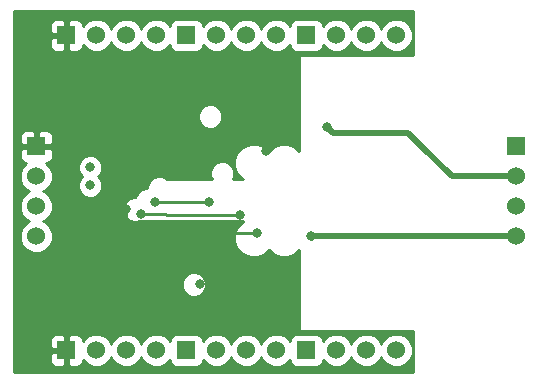
<source format=gbr>
G04 #@! TF.FileFunction,Copper,L2,Inr,Plane*
%FSLAX46Y46*%
G04 Gerber Fmt 4.6, Leading zero omitted, Abs format (unit mm)*
G04 Created by KiCad (PCBNEW (2015-01-16 BZR 5376)-product) date 25/06/2015 00:14:29*
%MOMM*%
G01*
G04 APERTURE LIST*
%ADD10C,0.150000*%
%ADD11R,1.524000X1.524000*%
%ADD12C,1.524000*%
%ADD13C,0.800100*%
%ADD14C,0.254000*%
%ADD15C,0.508000*%
G04 APERTURE END LIST*
D10*
D11*
X127000000Y-55118000D03*
D12*
X127000000Y-57658000D03*
X127000000Y-60198000D03*
X127000000Y-62738000D03*
D11*
X109220000Y-45720000D03*
D12*
X111760000Y-45720000D03*
X114300000Y-45720000D03*
X116840000Y-45720000D03*
D11*
X99060000Y-45720000D03*
D12*
X101600000Y-45720000D03*
X104140000Y-45720000D03*
X106680000Y-45720000D03*
D11*
X88900000Y-45720000D03*
D12*
X91440000Y-45720000D03*
X93980000Y-45720000D03*
X96520000Y-45720000D03*
D11*
X109220000Y-72390000D03*
D12*
X111760000Y-72390000D03*
X114300000Y-72390000D03*
X116840000Y-72390000D03*
D11*
X99060000Y-72390000D03*
D12*
X101600000Y-72390000D03*
X104140000Y-72390000D03*
X106680000Y-72390000D03*
D11*
X88900000Y-72390000D03*
D12*
X91440000Y-72390000D03*
X93980000Y-72390000D03*
X96520000Y-72390000D03*
D11*
X86360000Y-55118000D03*
D12*
X86360000Y-57658000D03*
X86360000Y-60198000D03*
X86360000Y-62738000D03*
D13*
X105029000Y-62484000D03*
X93980000Y-60452000D03*
X90932000Y-58420000D03*
X90932000Y-56896000D03*
X110998000Y-53467000D03*
X102235000Y-65024000D03*
X106807000Y-52324000D03*
X109601000Y-62738000D03*
X99695000Y-52578000D03*
X99695000Y-57404000D03*
X100965000Y-59817000D03*
X96393000Y-59817000D03*
X95250000Y-60833000D03*
X103632000Y-60960000D03*
X92571000Y-49669000D03*
X92202000Y-48260000D03*
X105537000Y-65786000D03*
X100203000Y-66802000D03*
X105791000Y-55499000D03*
X90043000Y-48260000D03*
X90678000Y-52578000D03*
X105664000Y-68961000D03*
X105664000Y-53213000D03*
D14*
X105029000Y-62484000D02*
X95250000Y-62484000D01*
X95250000Y-62484000D02*
X95123000Y-62484000D01*
X93980000Y-61341000D02*
X95123000Y-62484000D01*
X93980000Y-60452000D02*
X93980000Y-61341000D01*
D15*
X117856000Y-53975000D02*
X118872000Y-54991000D01*
X121539000Y-57658000D02*
X127000000Y-57658000D01*
X118872000Y-54991000D02*
X121539000Y-57658000D01*
X111506000Y-53975000D02*
X117856000Y-53975000D01*
X110998000Y-53467000D02*
X111506000Y-53975000D01*
X109601000Y-62738000D02*
X127000000Y-62738000D01*
X109601000Y-62738000D02*
X109728000Y-62865000D01*
D14*
X96393000Y-59817000D02*
X100965000Y-59817000D01*
X103632000Y-60960000D02*
X97409000Y-60960000D01*
X97282000Y-60833000D02*
X95250000Y-60833000D01*
X97409000Y-60960000D02*
X97282000Y-60833000D01*
G36*
X118237000Y-74246740D02*
X118234460Y-74246740D01*
X118234460Y-72666860D01*
X118234460Y-72113140D01*
X118021100Y-71600060D01*
X117629940Y-71208900D01*
X117116860Y-70995540D01*
X116563140Y-70995540D01*
X116050060Y-71208900D01*
X115658900Y-71600060D01*
X115570000Y-71813420D01*
X115481100Y-71600060D01*
X115089940Y-71208900D01*
X114576860Y-70995540D01*
X114023140Y-70995540D01*
X113510060Y-71208900D01*
X113118900Y-71600060D01*
X113030000Y-71813420D01*
X112941100Y-71600060D01*
X112549940Y-71208900D01*
X112036860Y-70995540D01*
X111483140Y-70995540D01*
X110970060Y-71208900D01*
X110614460Y-71564500D01*
X110614460Y-71503540D01*
X110517940Y-71269860D01*
X110340140Y-71092060D01*
X110109000Y-70995540D01*
X109857540Y-70995540D01*
X108333540Y-70995540D01*
X108099860Y-71092060D01*
X107922060Y-71269860D01*
X107825540Y-71501000D01*
X107825540Y-71564500D01*
X107469940Y-71208900D01*
X106956860Y-70995540D01*
X106403140Y-70995540D01*
X105890060Y-71208900D01*
X105498900Y-71600060D01*
X105410000Y-71813420D01*
X105321100Y-71600060D01*
X104929940Y-71208900D01*
X104416860Y-70995540D01*
X103863140Y-70995540D01*
X103350060Y-71208900D01*
X102958900Y-71600060D01*
X102870000Y-71813420D01*
X102781100Y-71600060D01*
X102389940Y-71208900D01*
X101876860Y-70995540D01*
X101323140Y-70995540D01*
X100810060Y-71208900D01*
X100726240Y-71292720D01*
X100726240Y-67007740D01*
X100726240Y-66598800D01*
X100568760Y-66220340D01*
X100281740Y-65928240D01*
X99900740Y-65770760D01*
X99491800Y-65770760D01*
X99113340Y-65928240D01*
X98821240Y-66215260D01*
X98663760Y-66596260D01*
X98663760Y-67005200D01*
X98821240Y-67383660D01*
X99108260Y-67675760D01*
X99489260Y-67833240D01*
X99898200Y-67833240D01*
X100276660Y-67675760D01*
X100568760Y-67388740D01*
X100726240Y-67007740D01*
X100726240Y-71292720D01*
X100454460Y-71564500D01*
X100454460Y-71503540D01*
X100357940Y-71269860D01*
X100180140Y-71092060D01*
X99949000Y-70995540D01*
X99697540Y-70995540D01*
X98173540Y-70995540D01*
X97939860Y-71092060D01*
X97762060Y-71269860D01*
X97665540Y-71501000D01*
X97665540Y-71564500D01*
X97309940Y-71208900D01*
X96796860Y-70995540D01*
X96243140Y-70995540D01*
X95730060Y-71208900D01*
X95338900Y-71600060D01*
X95250000Y-71813420D01*
X95161100Y-71600060D01*
X94769940Y-71208900D01*
X94256860Y-70995540D01*
X93703140Y-70995540D01*
X93190060Y-71208900D01*
X92798900Y-71600060D01*
X92710000Y-71813420D01*
X92621100Y-71600060D01*
X92229940Y-71208900D01*
X91963240Y-71097140D01*
X91963240Y-58625740D01*
X91963240Y-58216800D01*
X91805760Y-57838340D01*
X91627960Y-57655460D01*
X91805760Y-57482740D01*
X91963240Y-57101740D01*
X91963240Y-56692800D01*
X91805760Y-56314340D01*
X91518740Y-56022240D01*
X91137740Y-55864760D01*
X90728800Y-55864760D01*
X90350340Y-56022240D01*
X90058240Y-56309260D01*
X89900760Y-56690260D01*
X89900760Y-57099200D01*
X90058240Y-57477660D01*
X90233500Y-57658000D01*
X90058240Y-57833260D01*
X89900760Y-58214260D01*
X89900760Y-58623200D01*
X90058240Y-59001660D01*
X90345260Y-59293760D01*
X90726260Y-59451240D01*
X91135200Y-59451240D01*
X91513660Y-59293760D01*
X91805760Y-59006740D01*
X91963240Y-58625740D01*
X91963240Y-71097140D01*
X91716860Y-70995540D01*
X91163140Y-70995540D01*
X90650060Y-71208900D01*
X90294460Y-71564500D01*
X90294460Y-71501000D01*
X90197940Y-71269860D01*
X90020140Y-71092060D01*
X89786460Y-70995540D01*
X89184480Y-70993000D01*
X89027000Y-71150480D01*
X89027000Y-72136000D01*
X89027000Y-72263000D01*
X89027000Y-72517000D01*
X89027000Y-72644000D01*
X89027000Y-73629520D01*
X89184480Y-73787000D01*
X89786460Y-73784460D01*
X90020140Y-73687940D01*
X90197940Y-73510140D01*
X90294460Y-73279000D01*
X90294460Y-73215500D01*
X90650060Y-73571100D01*
X91163140Y-73784460D01*
X91716860Y-73784460D01*
X92229940Y-73571100D01*
X92621100Y-73179940D01*
X92710000Y-72964040D01*
X92798900Y-73179940D01*
X93190060Y-73571100D01*
X93703140Y-73784460D01*
X94256860Y-73784460D01*
X94769940Y-73571100D01*
X95161100Y-73179940D01*
X95250000Y-72964040D01*
X95338900Y-73179940D01*
X95730060Y-73571100D01*
X96243140Y-73784460D01*
X96796860Y-73784460D01*
X97309940Y-73571100D01*
X97665540Y-73215500D01*
X97665540Y-73276460D01*
X97762060Y-73510140D01*
X97939860Y-73687940D01*
X98171000Y-73784460D01*
X98422460Y-73784460D01*
X99946460Y-73784460D01*
X100180140Y-73687940D01*
X100357940Y-73510140D01*
X100454460Y-73279000D01*
X100454460Y-73215500D01*
X100810060Y-73571100D01*
X101323140Y-73784460D01*
X101876860Y-73784460D01*
X102389940Y-73571100D01*
X102781100Y-73179940D01*
X102870000Y-72964040D01*
X102958900Y-73179940D01*
X103350060Y-73571100D01*
X103863140Y-73784460D01*
X104416860Y-73784460D01*
X104929940Y-73571100D01*
X105321100Y-73179940D01*
X105410000Y-72964040D01*
X105498900Y-73179940D01*
X105890060Y-73571100D01*
X106403140Y-73784460D01*
X106956860Y-73784460D01*
X107469940Y-73571100D01*
X107825540Y-73215500D01*
X107825540Y-73276460D01*
X107922060Y-73510140D01*
X108099860Y-73687940D01*
X108331000Y-73784460D01*
X108582460Y-73784460D01*
X110106460Y-73784460D01*
X110340140Y-73687940D01*
X110517940Y-73510140D01*
X110614460Y-73279000D01*
X110614460Y-73215500D01*
X110970060Y-73571100D01*
X111483140Y-73784460D01*
X112036860Y-73784460D01*
X112549940Y-73571100D01*
X112941100Y-73179940D01*
X113030000Y-72964040D01*
X113118900Y-73179940D01*
X113510060Y-73571100D01*
X114023140Y-73784460D01*
X114576860Y-73784460D01*
X115089940Y-73571100D01*
X115481100Y-73179940D01*
X115570000Y-72964040D01*
X115658900Y-73179940D01*
X116050060Y-73571100D01*
X116563140Y-73784460D01*
X117116860Y-73784460D01*
X117629940Y-73571100D01*
X118021100Y-73179940D01*
X118234460Y-72666860D01*
X118234460Y-74246740D01*
X88773000Y-74246740D01*
X88773000Y-73629520D01*
X88773000Y-72517000D01*
X88773000Y-72263000D01*
X88773000Y-71150480D01*
X88773000Y-46959520D01*
X88773000Y-45847000D01*
X88773000Y-45593000D01*
X88773000Y-44480480D01*
X88615520Y-44323000D01*
X88013540Y-44325540D01*
X87779860Y-44422060D01*
X87602060Y-44599860D01*
X87505540Y-44831000D01*
X87505540Y-45082460D01*
X87503000Y-45435520D01*
X87660480Y-45593000D01*
X88773000Y-45593000D01*
X88773000Y-45847000D01*
X87660480Y-45847000D01*
X87503000Y-46004480D01*
X87505540Y-46357540D01*
X87505540Y-46609000D01*
X87602060Y-46840140D01*
X87779860Y-47017940D01*
X88013540Y-47114460D01*
X88615520Y-47117000D01*
X88773000Y-46959520D01*
X88773000Y-71150480D01*
X88615520Y-70993000D01*
X88013540Y-70995540D01*
X87779860Y-71092060D01*
X87757000Y-71114920D01*
X87757000Y-55402480D01*
X87757000Y-54833520D01*
X87754460Y-54231540D01*
X87657940Y-53997860D01*
X87480140Y-53820060D01*
X87249000Y-53723540D01*
X86997540Y-53723540D01*
X86644480Y-53721000D01*
X86487000Y-53878480D01*
X86487000Y-54991000D01*
X87599520Y-54991000D01*
X87757000Y-54833520D01*
X87757000Y-55402480D01*
X87599520Y-55245000D01*
X86614000Y-55245000D01*
X86487000Y-55245000D01*
X86233000Y-55245000D01*
X86233000Y-54991000D01*
X86233000Y-53878480D01*
X86075520Y-53721000D01*
X85722460Y-53723540D01*
X85471000Y-53723540D01*
X85239860Y-53820060D01*
X85062060Y-53997860D01*
X84965540Y-54231540D01*
X84963000Y-54833520D01*
X85120480Y-54991000D01*
X86233000Y-54991000D01*
X86233000Y-55245000D01*
X86106000Y-55245000D01*
X85120480Y-55245000D01*
X84963000Y-55402480D01*
X84965540Y-56004460D01*
X85062060Y-56238140D01*
X85239860Y-56415940D01*
X85471000Y-56512460D01*
X85534500Y-56512460D01*
X85178900Y-56868060D01*
X84965540Y-57381140D01*
X84965540Y-57934860D01*
X85178900Y-58447940D01*
X85570060Y-58839100D01*
X85783420Y-58928000D01*
X85570060Y-59016900D01*
X85178900Y-59408060D01*
X84965540Y-59921140D01*
X84965540Y-60474860D01*
X85178900Y-60987940D01*
X85570060Y-61379100D01*
X85783420Y-61468000D01*
X85570060Y-61556900D01*
X85178900Y-61948060D01*
X84965540Y-62461140D01*
X84965540Y-63014860D01*
X85178900Y-63527940D01*
X85570060Y-63919100D01*
X86083140Y-64132460D01*
X86636860Y-64132460D01*
X87149940Y-63919100D01*
X87541100Y-63527940D01*
X87754460Y-63014860D01*
X87754460Y-62461140D01*
X87541100Y-61948060D01*
X87149940Y-61556900D01*
X86934040Y-61468000D01*
X87149940Y-61379100D01*
X87541100Y-60987940D01*
X87754460Y-60474860D01*
X87754460Y-59921140D01*
X87541100Y-59408060D01*
X87149940Y-59016900D01*
X86934040Y-58928000D01*
X87149940Y-58839100D01*
X87541100Y-58447940D01*
X87754460Y-57934860D01*
X87754460Y-57381140D01*
X87541100Y-56868060D01*
X87185500Y-56512460D01*
X87249000Y-56512460D01*
X87480140Y-56415940D01*
X87657940Y-56238140D01*
X87754460Y-56004460D01*
X87757000Y-55402480D01*
X87757000Y-71114920D01*
X87602060Y-71269860D01*
X87505540Y-71501000D01*
X87505540Y-71752460D01*
X87503000Y-72105520D01*
X87660480Y-72263000D01*
X88773000Y-72263000D01*
X88773000Y-72517000D01*
X87660480Y-72517000D01*
X87503000Y-72674480D01*
X87505540Y-73027540D01*
X87505540Y-73279000D01*
X87602060Y-73510140D01*
X87779860Y-73687940D01*
X88013540Y-73784460D01*
X88615520Y-73787000D01*
X88773000Y-73629520D01*
X88773000Y-74246740D01*
X84503260Y-74246740D01*
X84503260Y-43609260D01*
X90932000Y-43609260D01*
X118237000Y-43609260D01*
X118237000Y-47371000D01*
X118234460Y-47371000D01*
X118234460Y-45996860D01*
X118234460Y-45443140D01*
X118021100Y-44930060D01*
X117629940Y-44538900D01*
X117116860Y-44325540D01*
X116563140Y-44325540D01*
X116050060Y-44538900D01*
X115658900Y-44930060D01*
X115570000Y-45143420D01*
X115481100Y-44930060D01*
X115089940Y-44538900D01*
X114576860Y-44325540D01*
X114023140Y-44325540D01*
X113510060Y-44538900D01*
X113118900Y-44930060D01*
X113030000Y-45143420D01*
X112941100Y-44930060D01*
X112549940Y-44538900D01*
X112036860Y-44325540D01*
X111483140Y-44325540D01*
X110970060Y-44538900D01*
X110614460Y-44894500D01*
X110614460Y-44833540D01*
X110517940Y-44599860D01*
X110340140Y-44422060D01*
X110109000Y-44325540D01*
X109857540Y-44325540D01*
X108333540Y-44325540D01*
X108099860Y-44422060D01*
X107922060Y-44599860D01*
X107825540Y-44831000D01*
X107825540Y-44894500D01*
X107469940Y-44538900D01*
X106956860Y-44325540D01*
X106403140Y-44325540D01*
X105890060Y-44538900D01*
X105498900Y-44930060D01*
X105410000Y-45143420D01*
X105321100Y-44930060D01*
X104929940Y-44538900D01*
X104416860Y-44325540D01*
X103863140Y-44325540D01*
X103350060Y-44538900D01*
X102958900Y-44930060D01*
X102870000Y-45143420D01*
X102781100Y-44930060D01*
X102389940Y-44538900D01*
X101876860Y-44325540D01*
X101323140Y-44325540D01*
X100810060Y-44538900D01*
X100454460Y-44894500D01*
X100454460Y-44833540D01*
X100357940Y-44599860D01*
X100180140Y-44422060D01*
X99949000Y-44325540D01*
X99697540Y-44325540D01*
X98173540Y-44325540D01*
X97939860Y-44422060D01*
X97762060Y-44599860D01*
X97665540Y-44831000D01*
X97665540Y-44894500D01*
X97309940Y-44538900D01*
X96796860Y-44325540D01*
X96243140Y-44325540D01*
X95730060Y-44538900D01*
X95338900Y-44930060D01*
X95250000Y-45143420D01*
X95161100Y-44930060D01*
X94769940Y-44538900D01*
X94256860Y-44325540D01*
X93703140Y-44325540D01*
X93190060Y-44538900D01*
X92798900Y-44930060D01*
X92710000Y-45143420D01*
X92621100Y-44930060D01*
X92229940Y-44538900D01*
X91716860Y-44325540D01*
X91163140Y-44325540D01*
X90650060Y-44538900D01*
X90294460Y-44894500D01*
X90294460Y-44831000D01*
X90197940Y-44599860D01*
X90020140Y-44422060D01*
X89786460Y-44325540D01*
X89184480Y-44323000D01*
X89027000Y-44480480D01*
X89027000Y-45466000D01*
X89027000Y-45593000D01*
X89027000Y-45847000D01*
X89027000Y-45974000D01*
X89027000Y-46959520D01*
X89184480Y-47117000D01*
X89786460Y-47114460D01*
X90020140Y-47017940D01*
X90197940Y-46840140D01*
X90294460Y-46609000D01*
X90294460Y-46545500D01*
X90650060Y-46901100D01*
X91163140Y-47114460D01*
X91716860Y-47114460D01*
X92229940Y-46901100D01*
X92621100Y-46509940D01*
X92710000Y-46294040D01*
X92798900Y-46509940D01*
X93190060Y-46901100D01*
X93703140Y-47114460D01*
X94256860Y-47114460D01*
X94769940Y-46901100D01*
X95161100Y-46509940D01*
X95250000Y-46294040D01*
X95338900Y-46509940D01*
X95730060Y-46901100D01*
X96243140Y-47114460D01*
X96796860Y-47114460D01*
X97309940Y-46901100D01*
X97665540Y-46545500D01*
X97665540Y-46606460D01*
X97762060Y-46840140D01*
X97939860Y-47017940D01*
X98171000Y-47114460D01*
X98422460Y-47114460D01*
X99946460Y-47114460D01*
X100180140Y-47017940D01*
X100357940Y-46840140D01*
X100454460Y-46609000D01*
X100454460Y-46545500D01*
X100810060Y-46901100D01*
X101323140Y-47114460D01*
X101876860Y-47114460D01*
X102389940Y-46901100D01*
X102781100Y-46509940D01*
X102870000Y-46294040D01*
X102958900Y-46509940D01*
X103350060Y-46901100D01*
X103863140Y-47114460D01*
X104416860Y-47114460D01*
X104929940Y-46901100D01*
X105321100Y-46509940D01*
X105410000Y-46294040D01*
X105498900Y-46509940D01*
X105890060Y-46901100D01*
X106403140Y-47114460D01*
X106956860Y-47114460D01*
X107469940Y-46901100D01*
X107825540Y-46545500D01*
X107825540Y-46606460D01*
X107922060Y-46840140D01*
X108099860Y-47017940D01*
X108331000Y-47114460D01*
X108582460Y-47114460D01*
X110106460Y-47114460D01*
X110340140Y-47017940D01*
X110517940Y-46840140D01*
X110614460Y-46609000D01*
X110614460Y-46545500D01*
X110970060Y-46901100D01*
X111483140Y-47114460D01*
X112036860Y-47114460D01*
X112549940Y-46901100D01*
X112941100Y-46509940D01*
X113030000Y-46294040D01*
X113118900Y-46509940D01*
X113510060Y-46901100D01*
X114023140Y-47114460D01*
X114576860Y-47114460D01*
X115089940Y-46901100D01*
X115481100Y-46509940D01*
X115570000Y-46294040D01*
X115658900Y-46509940D01*
X116050060Y-46901100D01*
X116563140Y-47114460D01*
X117116860Y-47114460D01*
X117629940Y-46901100D01*
X118021100Y-46509940D01*
X118234460Y-45996860D01*
X118234460Y-47371000D01*
X108585000Y-47371000D01*
X108585000Y-55476140D01*
X108242100Y-55133240D01*
X107642660Y-54881780D01*
X106992420Y-54881780D01*
X106392980Y-55130700D01*
X106042460Y-55476140D01*
X105702100Y-55133240D01*
X105102660Y-54881780D01*
X104452420Y-54881780D01*
X103852980Y-55130700D01*
X103393240Y-55587900D01*
X103141780Y-56187340D01*
X103141780Y-56837580D01*
X103390700Y-57437020D01*
X103847900Y-57896760D01*
X103883460Y-57912000D01*
X103012240Y-57912000D01*
X103139240Y-57609740D01*
X103139240Y-57200800D01*
X102981760Y-56822340D01*
X102694740Y-56530240D01*
X102313740Y-56372760D01*
X102123240Y-56372760D01*
X102123240Y-52783740D01*
X102123240Y-52374800D01*
X101965760Y-51996340D01*
X101678740Y-51704240D01*
X101297740Y-51546760D01*
X100888800Y-51546760D01*
X100510340Y-51704240D01*
X100218240Y-51991260D01*
X100060760Y-52372260D01*
X100060760Y-52781200D01*
X100218240Y-53159660D01*
X100505260Y-53451760D01*
X100886260Y-53609240D01*
X101295200Y-53609240D01*
X101673660Y-53451760D01*
X101965760Y-53164740D01*
X102123240Y-52783740D01*
X102123240Y-56372760D01*
X101904800Y-56372760D01*
X101526340Y-56530240D01*
X101234240Y-56817260D01*
X101076760Y-57198260D01*
X101076760Y-57607200D01*
X101201220Y-57912000D01*
X97469960Y-57912000D01*
X97360740Y-57800240D01*
X96979740Y-57642760D01*
X96570800Y-57642760D01*
X96192340Y-57800240D01*
X95900240Y-58087260D01*
X95742760Y-58468260D01*
X95742760Y-58658760D01*
X95554800Y-58658760D01*
X95176340Y-58816240D01*
X94884240Y-59103260D01*
X94752160Y-59420760D01*
X94538800Y-59420760D01*
X94160340Y-59578240D01*
X93868240Y-59865260D01*
X93710760Y-60246260D01*
X93710760Y-60655200D01*
X93868240Y-61033660D01*
X94155260Y-61325760D01*
X94536260Y-61483240D01*
X94945200Y-61483240D01*
X95067120Y-61429900D01*
X95069660Y-61429900D01*
X95077280Y-61432440D01*
X95194120Y-61465460D01*
X95219520Y-61460380D01*
X95250000Y-61468000D01*
X103883460Y-61468000D01*
X103852980Y-61480700D01*
X103393240Y-61937900D01*
X103141780Y-62537340D01*
X103141780Y-63187580D01*
X103390700Y-63787020D01*
X103847900Y-64246760D01*
X104447340Y-64498220D01*
X105097580Y-64498220D01*
X105697020Y-64249300D01*
X106045000Y-63901320D01*
X106387900Y-64246760D01*
X106987340Y-64498220D01*
X107637580Y-64498220D01*
X108237020Y-64249300D01*
X108585000Y-63901320D01*
X108585000Y-70739000D01*
X118237000Y-70739000D01*
X118237000Y-74246740D01*
X118237000Y-74246740D01*
G37*
X118237000Y-74246740D02*
X118234460Y-74246740D01*
X118234460Y-72666860D01*
X118234460Y-72113140D01*
X118021100Y-71600060D01*
X117629940Y-71208900D01*
X117116860Y-70995540D01*
X116563140Y-70995540D01*
X116050060Y-71208900D01*
X115658900Y-71600060D01*
X115570000Y-71813420D01*
X115481100Y-71600060D01*
X115089940Y-71208900D01*
X114576860Y-70995540D01*
X114023140Y-70995540D01*
X113510060Y-71208900D01*
X113118900Y-71600060D01*
X113030000Y-71813420D01*
X112941100Y-71600060D01*
X112549940Y-71208900D01*
X112036860Y-70995540D01*
X111483140Y-70995540D01*
X110970060Y-71208900D01*
X110614460Y-71564500D01*
X110614460Y-71503540D01*
X110517940Y-71269860D01*
X110340140Y-71092060D01*
X110109000Y-70995540D01*
X109857540Y-70995540D01*
X108333540Y-70995540D01*
X108099860Y-71092060D01*
X107922060Y-71269860D01*
X107825540Y-71501000D01*
X107825540Y-71564500D01*
X107469940Y-71208900D01*
X106956860Y-70995540D01*
X106403140Y-70995540D01*
X105890060Y-71208900D01*
X105498900Y-71600060D01*
X105410000Y-71813420D01*
X105321100Y-71600060D01*
X104929940Y-71208900D01*
X104416860Y-70995540D01*
X103863140Y-70995540D01*
X103350060Y-71208900D01*
X102958900Y-71600060D01*
X102870000Y-71813420D01*
X102781100Y-71600060D01*
X102389940Y-71208900D01*
X101876860Y-70995540D01*
X101323140Y-70995540D01*
X100810060Y-71208900D01*
X100726240Y-71292720D01*
X100726240Y-67007740D01*
X100726240Y-66598800D01*
X100568760Y-66220340D01*
X100281740Y-65928240D01*
X99900740Y-65770760D01*
X99491800Y-65770760D01*
X99113340Y-65928240D01*
X98821240Y-66215260D01*
X98663760Y-66596260D01*
X98663760Y-67005200D01*
X98821240Y-67383660D01*
X99108260Y-67675760D01*
X99489260Y-67833240D01*
X99898200Y-67833240D01*
X100276660Y-67675760D01*
X100568760Y-67388740D01*
X100726240Y-67007740D01*
X100726240Y-71292720D01*
X100454460Y-71564500D01*
X100454460Y-71503540D01*
X100357940Y-71269860D01*
X100180140Y-71092060D01*
X99949000Y-70995540D01*
X99697540Y-70995540D01*
X98173540Y-70995540D01*
X97939860Y-71092060D01*
X97762060Y-71269860D01*
X97665540Y-71501000D01*
X97665540Y-71564500D01*
X97309940Y-71208900D01*
X96796860Y-70995540D01*
X96243140Y-70995540D01*
X95730060Y-71208900D01*
X95338900Y-71600060D01*
X95250000Y-71813420D01*
X95161100Y-71600060D01*
X94769940Y-71208900D01*
X94256860Y-70995540D01*
X93703140Y-70995540D01*
X93190060Y-71208900D01*
X92798900Y-71600060D01*
X92710000Y-71813420D01*
X92621100Y-71600060D01*
X92229940Y-71208900D01*
X91963240Y-71097140D01*
X91963240Y-58625740D01*
X91963240Y-58216800D01*
X91805760Y-57838340D01*
X91627960Y-57655460D01*
X91805760Y-57482740D01*
X91963240Y-57101740D01*
X91963240Y-56692800D01*
X91805760Y-56314340D01*
X91518740Y-56022240D01*
X91137740Y-55864760D01*
X90728800Y-55864760D01*
X90350340Y-56022240D01*
X90058240Y-56309260D01*
X89900760Y-56690260D01*
X89900760Y-57099200D01*
X90058240Y-57477660D01*
X90233500Y-57658000D01*
X90058240Y-57833260D01*
X89900760Y-58214260D01*
X89900760Y-58623200D01*
X90058240Y-59001660D01*
X90345260Y-59293760D01*
X90726260Y-59451240D01*
X91135200Y-59451240D01*
X91513660Y-59293760D01*
X91805760Y-59006740D01*
X91963240Y-58625740D01*
X91963240Y-71097140D01*
X91716860Y-70995540D01*
X91163140Y-70995540D01*
X90650060Y-71208900D01*
X90294460Y-71564500D01*
X90294460Y-71501000D01*
X90197940Y-71269860D01*
X90020140Y-71092060D01*
X89786460Y-70995540D01*
X89184480Y-70993000D01*
X89027000Y-71150480D01*
X89027000Y-72136000D01*
X89027000Y-72263000D01*
X89027000Y-72517000D01*
X89027000Y-72644000D01*
X89027000Y-73629520D01*
X89184480Y-73787000D01*
X89786460Y-73784460D01*
X90020140Y-73687940D01*
X90197940Y-73510140D01*
X90294460Y-73279000D01*
X90294460Y-73215500D01*
X90650060Y-73571100D01*
X91163140Y-73784460D01*
X91716860Y-73784460D01*
X92229940Y-73571100D01*
X92621100Y-73179940D01*
X92710000Y-72964040D01*
X92798900Y-73179940D01*
X93190060Y-73571100D01*
X93703140Y-73784460D01*
X94256860Y-73784460D01*
X94769940Y-73571100D01*
X95161100Y-73179940D01*
X95250000Y-72964040D01*
X95338900Y-73179940D01*
X95730060Y-73571100D01*
X96243140Y-73784460D01*
X96796860Y-73784460D01*
X97309940Y-73571100D01*
X97665540Y-73215500D01*
X97665540Y-73276460D01*
X97762060Y-73510140D01*
X97939860Y-73687940D01*
X98171000Y-73784460D01*
X98422460Y-73784460D01*
X99946460Y-73784460D01*
X100180140Y-73687940D01*
X100357940Y-73510140D01*
X100454460Y-73279000D01*
X100454460Y-73215500D01*
X100810060Y-73571100D01*
X101323140Y-73784460D01*
X101876860Y-73784460D01*
X102389940Y-73571100D01*
X102781100Y-73179940D01*
X102870000Y-72964040D01*
X102958900Y-73179940D01*
X103350060Y-73571100D01*
X103863140Y-73784460D01*
X104416860Y-73784460D01*
X104929940Y-73571100D01*
X105321100Y-73179940D01*
X105410000Y-72964040D01*
X105498900Y-73179940D01*
X105890060Y-73571100D01*
X106403140Y-73784460D01*
X106956860Y-73784460D01*
X107469940Y-73571100D01*
X107825540Y-73215500D01*
X107825540Y-73276460D01*
X107922060Y-73510140D01*
X108099860Y-73687940D01*
X108331000Y-73784460D01*
X108582460Y-73784460D01*
X110106460Y-73784460D01*
X110340140Y-73687940D01*
X110517940Y-73510140D01*
X110614460Y-73279000D01*
X110614460Y-73215500D01*
X110970060Y-73571100D01*
X111483140Y-73784460D01*
X112036860Y-73784460D01*
X112549940Y-73571100D01*
X112941100Y-73179940D01*
X113030000Y-72964040D01*
X113118900Y-73179940D01*
X113510060Y-73571100D01*
X114023140Y-73784460D01*
X114576860Y-73784460D01*
X115089940Y-73571100D01*
X115481100Y-73179940D01*
X115570000Y-72964040D01*
X115658900Y-73179940D01*
X116050060Y-73571100D01*
X116563140Y-73784460D01*
X117116860Y-73784460D01*
X117629940Y-73571100D01*
X118021100Y-73179940D01*
X118234460Y-72666860D01*
X118234460Y-74246740D01*
X88773000Y-74246740D01*
X88773000Y-73629520D01*
X88773000Y-72517000D01*
X88773000Y-72263000D01*
X88773000Y-71150480D01*
X88773000Y-46959520D01*
X88773000Y-45847000D01*
X88773000Y-45593000D01*
X88773000Y-44480480D01*
X88615520Y-44323000D01*
X88013540Y-44325540D01*
X87779860Y-44422060D01*
X87602060Y-44599860D01*
X87505540Y-44831000D01*
X87505540Y-45082460D01*
X87503000Y-45435520D01*
X87660480Y-45593000D01*
X88773000Y-45593000D01*
X88773000Y-45847000D01*
X87660480Y-45847000D01*
X87503000Y-46004480D01*
X87505540Y-46357540D01*
X87505540Y-46609000D01*
X87602060Y-46840140D01*
X87779860Y-47017940D01*
X88013540Y-47114460D01*
X88615520Y-47117000D01*
X88773000Y-46959520D01*
X88773000Y-71150480D01*
X88615520Y-70993000D01*
X88013540Y-70995540D01*
X87779860Y-71092060D01*
X87757000Y-71114920D01*
X87757000Y-55402480D01*
X87757000Y-54833520D01*
X87754460Y-54231540D01*
X87657940Y-53997860D01*
X87480140Y-53820060D01*
X87249000Y-53723540D01*
X86997540Y-53723540D01*
X86644480Y-53721000D01*
X86487000Y-53878480D01*
X86487000Y-54991000D01*
X87599520Y-54991000D01*
X87757000Y-54833520D01*
X87757000Y-55402480D01*
X87599520Y-55245000D01*
X86614000Y-55245000D01*
X86487000Y-55245000D01*
X86233000Y-55245000D01*
X86233000Y-54991000D01*
X86233000Y-53878480D01*
X86075520Y-53721000D01*
X85722460Y-53723540D01*
X85471000Y-53723540D01*
X85239860Y-53820060D01*
X85062060Y-53997860D01*
X84965540Y-54231540D01*
X84963000Y-54833520D01*
X85120480Y-54991000D01*
X86233000Y-54991000D01*
X86233000Y-55245000D01*
X86106000Y-55245000D01*
X85120480Y-55245000D01*
X84963000Y-55402480D01*
X84965540Y-56004460D01*
X85062060Y-56238140D01*
X85239860Y-56415940D01*
X85471000Y-56512460D01*
X85534500Y-56512460D01*
X85178900Y-56868060D01*
X84965540Y-57381140D01*
X84965540Y-57934860D01*
X85178900Y-58447940D01*
X85570060Y-58839100D01*
X85783420Y-58928000D01*
X85570060Y-59016900D01*
X85178900Y-59408060D01*
X84965540Y-59921140D01*
X84965540Y-60474860D01*
X85178900Y-60987940D01*
X85570060Y-61379100D01*
X85783420Y-61468000D01*
X85570060Y-61556900D01*
X85178900Y-61948060D01*
X84965540Y-62461140D01*
X84965540Y-63014860D01*
X85178900Y-63527940D01*
X85570060Y-63919100D01*
X86083140Y-64132460D01*
X86636860Y-64132460D01*
X87149940Y-63919100D01*
X87541100Y-63527940D01*
X87754460Y-63014860D01*
X87754460Y-62461140D01*
X87541100Y-61948060D01*
X87149940Y-61556900D01*
X86934040Y-61468000D01*
X87149940Y-61379100D01*
X87541100Y-60987940D01*
X87754460Y-60474860D01*
X87754460Y-59921140D01*
X87541100Y-59408060D01*
X87149940Y-59016900D01*
X86934040Y-58928000D01*
X87149940Y-58839100D01*
X87541100Y-58447940D01*
X87754460Y-57934860D01*
X87754460Y-57381140D01*
X87541100Y-56868060D01*
X87185500Y-56512460D01*
X87249000Y-56512460D01*
X87480140Y-56415940D01*
X87657940Y-56238140D01*
X87754460Y-56004460D01*
X87757000Y-55402480D01*
X87757000Y-71114920D01*
X87602060Y-71269860D01*
X87505540Y-71501000D01*
X87505540Y-71752460D01*
X87503000Y-72105520D01*
X87660480Y-72263000D01*
X88773000Y-72263000D01*
X88773000Y-72517000D01*
X87660480Y-72517000D01*
X87503000Y-72674480D01*
X87505540Y-73027540D01*
X87505540Y-73279000D01*
X87602060Y-73510140D01*
X87779860Y-73687940D01*
X88013540Y-73784460D01*
X88615520Y-73787000D01*
X88773000Y-73629520D01*
X88773000Y-74246740D01*
X84503260Y-74246740D01*
X84503260Y-43609260D01*
X90932000Y-43609260D01*
X118237000Y-43609260D01*
X118237000Y-47371000D01*
X118234460Y-47371000D01*
X118234460Y-45996860D01*
X118234460Y-45443140D01*
X118021100Y-44930060D01*
X117629940Y-44538900D01*
X117116860Y-44325540D01*
X116563140Y-44325540D01*
X116050060Y-44538900D01*
X115658900Y-44930060D01*
X115570000Y-45143420D01*
X115481100Y-44930060D01*
X115089940Y-44538900D01*
X114576860Y-44325540D01*
X114023140Y-44325540D01*
X113510060Y-44538900D01*
X113118900Y-44930060D01*
X113030000Y-45143420D01*
X112941100Y-44930060D01*
X112549940Y-44538900D01*
X112036860Y-44325540D01*
X111483140Y-44325540D01*
X110970060Y-44538900D01*
X110614460Y-44894500D01*
X110614460Y-44833540D01*
X110517940Y-44599860D01*
X110340140Y-44422060D01*
X110109000Y-44325540D01*
X109857540Y-44325540D01*
X108333540Y-44325540D01*
X108099860Y-44422060D01*
X107922060Y-44599860D01*
X107825540Y-44831000D01*
X107825540Y-44894500D01*
X107469940Y-44538900D01*
X106956860Y-44325540D01*
X106403140Y-44325540D01*
X105890060Y-44538900D01*
X105498900Y-44930060D01*
X105410000Y-45143420D01*
X105321100Y-44930060D01*
X104929940Y-44538900D01*
X104416860Y-44325540D01*
X103863140Y-44325540D01*
X103350060Y-44538900D01*
X102958900Y-44930060D01*
X102870000Y-45143420D01*
X102781100Y-44930060D01*
X102389940Y-44538900D01*
X101876860Y-44325540D01*
X101323140Y-44325540D01*
X100810060Y-44538900D01*
X100454460Y-44894500D01*
X100454460Y-44833540D01*
X100357940Y-44599860D01*
X100180140Y-44422060D01*
X99949000Y-44325540D01*
X99697540Y-44325540D01*
X98173540Y-44325540D01*
X97939860Y-44422060D01*
X97762060Y-44599860D01*
X97665540Y-44831000D01*
X97665540Y-44894500D01*
X97309940Y-44538900D01*
X96796860Y-44325540D01*
X96243140Y-44325540D01*
X95730060Y-44538900D01*
X95338900Y-44930060D01*
X95250000Y-45143420D01*
X95161100Y-44930060D01*
X94769940Y-44538900D01*
X94256860Y-44325540D01*
X93703140Y-44325540D01*
X93190060Y-44538900D01*
X92798900Y-44930060D01*
X92710000Y-45143420D01*
X92621100Y-44930060D01*
X92229940Y-44538900D01*
X91716860Y-44325540D01*
X91163140Y-44325540D01*
X90650060Y-44538900D01*
X90294460Y-44894500D01*
X90294460Y-44831000D01*
X90197940Y-44599860D01*
X90020140Y-44422060D01*
X89786460Y-44325540D01*
X89184480Y-44323000D01*
X89027000Y-44480480D01*
X89027000Y-45466000D01*
X89027000Y-45593000D01*
X89027000Y-45847000D01*
X89027000Y-45974000D01*
X89027000Y-46959520D01*
X89184480Y-47117000D01*
X89786460Y-47114460D01*
X90020140Y-47017940D01*
X90197940Y-46840140D01*
X90294460Y-46609000D01*
X90294460Y-46545500D01*
X90650060Y-46901100D01*
X91163140Y-47114460D01*
X91716860Y-47114460D01*
X92229940Y-46901100D01*
X92621100Y-46509940D01*
X92710000Y-46294040D01*
X92798900Y-46509940D01*
X93190060Y-46901100D01*
X93703140Y-47114460D01*
X94256860Y-47114460D01*
X94769940Y-46901100D01*
X95161100Y-46509940D01*
X95250000Y-46294040D01*
X95338900Y-46509940D01*
X95730060Y-46901100D01*
X96243140Y-47114460D01*
X96796860Y-47114460D01*
X97309940Y-46901100D01*
X97665540Y-46545500D01*
X97665540Y-46606460D01*
X97762060Y-46840140D01*
X97939860Y-47017940D01*
X98171000Y-47114460D01*
X98422460Y-47114460D01*
X99946460Y-47114460D01*
X100180140Y-47017940D01*
X100357940Y-46840140D01*
X100454460Y-46609000D01*
X100454460Y-46545500D01*
X100810060Y-46901100D01*
X101323140Y-47114460D01*
X101876860Y-47114460D01*
X102389940Y-46901100D01*
X102781100Y-46509940D01*
X102870000Y-46294040D01*
X102958900Y-46509940D01*
X103350060Y-46901100D01*
X103863140Y-47114460D01*
X104416860Y-47114460D01*
X104929940Y-46901100D01*
X105321100Y-46509940D01*
X105410000Y-46294040D01*
X105498900Y-46509940D01*
X105890060Y-46901100D01*
X106403140Y-47114460D01*
X106956860Y-47114460D01*
X107469940Y-46901100D01*
X107825540Y-46545500D01*
X107825540Y-46606460D01*
X107922060Y-46840140D01*
X108099860Y-47017940D01*
X108331000Y-47114460D01*
X108582460Y-47114460D01*
X110106460Y-47114460D01*
X110340140Y-47017940D01*
X110517940Y-46840140D01*
X110614460Y-46609000D01*
X110614460Y-46545500D01*
X110970060Y-46901100D01*
X111483140Y-47114460D01*
X112036860Y-47114460D01*
X112549940Y-46901100D01*
X112941100Y-46509940D01*
X113030000Y-46294040D01*
X113118900Y-46509940D01*
X113510060Y-46901100D01*
X114023140Y-47114460D01*
X114576860Y-47114460D01*
X115089940Y-46901100D01*
X115481100Y-46509940D01*
X115570000Y-46294040D01*
X115658900Y-46509940D01*
X116050060Y-46901100D01*
X116563140Y-47114460D01*
X117116860Y-47114460D01*
X117629940Y-46901100D01*
X118021100Y-46509940D01*
X118234460Y-45996860D01*
X118234460Y-47371000D01*
X108585000Y-47371000D01*
X108585000Y-55476140D01*
X108242100Y-55133240D01*
X107642660Y-54881780D01*
X106992420Y-54881780D01*
X106392980Y-55130700D01*
X106042460Y-55476140D01*
X105702100Y-55133240D01*
X105102660Y-54881780D01*
X104452420Y-54881780D01*
X103852980Y-55130700D01*
X103393240Y-55587900D01*
X103141780Y-56187340D01*
X103141780Y-56837580D01*
X103390700Y-57437020D01*
X103847900Y-57896760D01*
X103883460Y-57912000D01*
X103012240Y-57912000D01*
X103139240Y-57609740D01*
X103139240Y-57200800D01*
X102981760Y-56822340D01*
X102694740Y-56530240D01*
X102313740Y-56372760D01*
X102123240Y-56372760D01*
X102123240Y-52783740D01*
X102123240Y-52374800D01*
X101965760Y-51996340D01*
X101678740Y-51704240D01*
X101297740Y-51546760D01*
X100888800Y-51546760D01*
X100510340Y-51704240D01*
X100218240Y-51991260D01*
X100060760Y-52372260D01*
X100060760Y-52781200D01*
X100218240Y-53159660D01*
X100505260Y-53451760D01*
X100886260Y-53609240D01*
X101295200Y-53609240D01*
X101673660Y-53451760D01*
X101965760Y-53164740D01*
X102123240Y-52783740D01*
X102123240Y-56372760D01*
X101904800Y-56372760D01*
X101526340Y-56530240D01*
X101234240Y-56817260D01*
X101076760Y-57198260D01*
X101076760Y-57607200D01*
X101201220Y-57912000D01*
X97469960Y-57912000D01*
X97360740Y-57800240D01*
X96979740Y-57642760D01*
X96570800Y-57642760D01*
X96192340Y-57800240D01*
X95900240Y-58087260D01*
X95742760Y-58468260D01*
X95742760Y-58658760D01*
X95554800Y-58658760D01*
X95176340Y-58816240D01*
X94884240Y-59103260D01*
X94752160Y-59420760D01*
X94538800Y-59420760D01*
X94160340Y-59578240D01*
X93868240Y-59865260D01*
X93710760Y-60246260D01*
X93710760Y-60655200D01*
X93868240Y-61033660D01*
X94155260Y-61325760D01*
X94536260Y-61483240D01*
X94945200Y-61483240D01*
X95067120Y-61429900D01*
X95069660Y-61429900D01*
X95077280Y-61432440D01*
X95194120Y-61465460D01*
X95219520Y-61460380D01*
X95250000Y-61468000D01*
X103883460Y-61468000D01*
X103852980Y-61480700D01*
X103393240Y-61937900D01*
X103141780Y-62537340D01*
X103141780Y-63187580D01*
X103390700Y-63787020D01*
X103847900Y-64246760D01*
X104447340Y-64498220D01*
X105097580Y-64498220D01*
X105697020Y-64249300D01*
X106045000Y-63901320D01*
X106387900Y-64246760D01*
X106987340Y-64498220D01*
X107637580Y-64498220D01*
X108237020Y-64249300D01*
X108585000Y-63901320D01*
X108585000Y-70739000D01*
X118237000Y-70739000D01*
X118237000Y-74246740D01*
M02*

</source>
